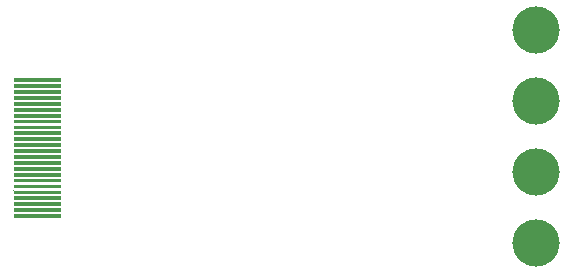
<source format=gbr>
%TF.GenerationSoftware,KiCad,Pcbnew,(5.1.12)-1*%
%TF.CreationDate,2022-06-15T15:17:17-04:00*%
%TF.ProjectId,flex_interface_x4,666c6578-5f69-46e7-9465-72666163655f,rev?*%
%TF.SameCoordinates,Original*%
%TF.FileFunction,Soldermask,Top*%
%TF.FilePolarity,Negative*%
%FSLAX46Y46*%
G04 Gerber Fmt 4.6, Leading zero omitted, Abs format (unit mm)*
G04 Created by KiCad (PCBNEW (5.1.12)-1) date 2022-06-15 15:17:17*
%MOMM*%
%LPD*%
G01*
G04 APERTURE LIST*
%ADD10C,4.000000*%
G04 APERTURE END LIST*
%TO.C,Z1*%
G36*
G01*
X88753080Y-95875640D02*
X88753080Y-95575640D01*
G75*
G02*
X88763080Y-95565640I10000J0D01*
G01*
X92763080Y-95565640D01*
G75*
G02*
X92773080Y-95575640I0J-10000D01*
G01*
X92773080Y-95875640D01*
G75*
G02*
X92763080Y-95885640I-10000J0D01*
G01*
X88763080Y-95885640D01*
G75*
G02*
X88753080Y-95875640I0J10000D01*
G01*
G37*
G36*
G01*
X88753080Y-95375640D02*
X88753080Y-95075640D01*
G75*
G02*
X88763080Y-95065640I10000J0D01*
G01*
X92763080Y-95065640D01*
G75*
G02*
X92773080Y-95075640I0J-10000D01*
G01*
X92773080Y-95375640D01*
G75*
G02*
X92763080Y-95385640I-10000J0D01*
G01*
X88763080Y-95385640D01*
G75*
G02*
X88753080Y-95375640I0J10000D01*
G01*
G37*
G36*
G01*
X88753080Y-94875640D02*
X88753080Y-94575640D01*
G75*
G02*
X88763080Y-94565640I10000J0D01*
G01*
X92763080Y-94565640D01*
G75*
G02*
X92773080Y-94575640I0J-10000D01*
G01*
X92773080Y-94875640D01*
G75*
G02*
X92763080Y-94885640I-10000J0D01*
G01*
X88763080Y-94885640D01*
G75*
G02*
X88753080Y-94875640I0J10000D01*
G01*
G37*
G36*
G01*
X88753080Y-94375640D02*
X88753080Y-94075640D01*
G75*
G02*
X88763080Y-94065640I10000J0D01*
G01*
X92763080Y-94065640D01*
G75*
G02*
X92773080Y-94075640I0J-10000D01*
G01*
X92773080Y-94375640D01*
G75*
G02*
X92763080Y-94385640I-10000J0D01*
G01*
X88763080Y-94385640D01*
G75*
G02*
X88753080Y-94375640I0J10000D01*
G01*
G37*
G36*
G01*
X88753080Y-93875640D02*
X88753080Y-93575640D01*
G75*
G02*
X88763080Y-93565640I10000J0D01*
G01*
X92763080Y-93565640D01*
G75*
G02*
X92773080Y-93575640I0J-10000D01*
G01*
X92773080Y-93875640D01*
G75*
G02*
X92763080Y-93885640I-10000J0D01*
G01*
X88763080Y-93885640D01*
G75*
G02*
X88753080Y-93875640I0J10000D01*
G01*
G37*
G36*
G01*
X88753080Y-93375640D02*
X88753080Y-93075640D01*
G75*
G02*
X88763080Y-93065640I10000J0D01*
G01*
X92763080Y-93065640D01*
G75*
G02*
X92773080Y-93075640I0J-10000D01*
G01*
X92773080Y-93375640D01*
G75*
G02*
X92763080Y-93385640I-10000J0D01*
G01*
X88763080Y-93385640D01*
G75*
G02*
X88753080Y-93375640I0J10000D01*
G01*
G37*
G36*
G01*
X88753080Y-92875640D02*
X88753080Y-92575640D01*
G75*
G02*
X88763080Y-92565640I10000J0D01*
G01*
X92763080Y-92565640D01*
G75*
G02*
X92773080Y-92575640I0J-10000D01*
G01*
X92773080Y-92875640D01*
G75*
G02*
X92763080Y-92885640I-10000J0D01*
G01*
X88763080Y-92885640D01*
G75*
G02*
X88753080Y-92875640I0J10000D01*
G01*
G37*
G36*
G01*
X88753080Y-92375640D02*
X88753080Y-92075640D01*
G75*
G02*
X88763080Y-92065640I10000J0D01*
G01*
X92763080Y-92065640D01*
G75*
G02*
X92773080Y-92075640I0J-10000D01*
G01*
X92773080Y-92375640D01*
G75*
G02*
X92763080Y-92385640I-10000J0D01*
G01*
X88763080Y-92385640D01*
G75*
G02*
X88753080Y-92375640I0J10000D01*
G01*
G37*
G36*
G01*
X88753080Y-91875640D02*
X88753080Y-91575640D01*
G75*
G02*
X88763080Y-91565640I10000J0D01*
G01*
X92763080Y-91565640D01*
G75*
G02*
X92773080Y-91575640I0J-10000D01*
G01*
X92773080Y-91875640D01*
G75*
G02*
X92763080Y-91885640I-10000J0D01*
G01*
X88763080Y-91885640D01*
G75*
G02*
X88753080Y-91875640I0J10000D01*
G01*
G37*
G36*
G01*
X88753080Y-91375640D02*
X88753080Y-91075640D01*
G75*
G02*
X88763080Y-91065640I10000J0D01*
G01*
X92763080Y-91065640D01*
G75*
G02*
X92773080Y-91075640I0J-10000D01*
G01*
X92773080Y-91375640D01*
G75*
G02*
X92763080Y-91385640I-10000J0D01*
G01*
X88763080Y-91385640D01*
G75*
G02*
X88753080Y-91375640I0J10000D01*
G01*
G37*
G36*
G01*
X88753080Y-90875640D02*
X88753080Y-90575640D01*
G75*
G02*
X88763080Y-90565640I10000J0D01*
G01*
X92763080Y-90565640D01*
G75*
G02*
X92773080Y-90575640I0J-10000D01*
G01*
X92773080Y-90875640D01*
G75*
G02*
X92763080Y-90885640I-10000J0D01*
G01*
X88763080Y-90885640D01*
G75*
G02*
X88753080Y-90875640I0J10000D01*
G01*
G37*
G36*
G01*
X88753080Y-90375640D02*
X88753080Y-90075640D01*
G75*
G02*
X88763080Y-90065640I10000J0D01*
G01*
X92763080Y-90065640D01*
G75*
G02*
X92773080Y-90075640I0J-10000D01*
G01*
X92773080Y-90375640D01*
G75*
G02*
X92763080Y-90385640I-10000J0D01*
G01*
X88763080Y-90385640D01*
G75*
G02*
X88753080Y-90375640I0J10000D01*
G01*
G37*
G36*
G01*
X88753080Y-89875640D02*
X88753080Y-89575640D01*
G75*
G02*
X88763080Y-89565640I10000J0D01*
G01*
X92763080Y-89565640D01*
G75*
G02*
X92773080Y-89575640I0J-10000D01*
G01*
X92773080Y-89875640D01*
G75*
G02*
X92763080Y-89885640I-10000J0D01*
G01*
X88763080Y-89885640D01*
G75*
G02*
X88753080Y-89875640I0J10000D01*
G01*
G37*
G36*
G01*
X88753080Y-89375640D02*
X88753080Y-89075640D01*
G75*
G02*
X88763080Y-89065640I10000J0D01*
G01*
X92763080Y-89065640D01*
G75*
G02*
X92773080Y-89075640I0J-10000D01*
G01*
X92773080Y-89375640D01*
G75*
G02*
X92763080Y-89385640I-10000J0D01*
G01*
X88763080Y-89385640D01*
G75*
G02*
X88753080Y-89375640I0J10000D01*
G01*
G37*
G36*
G01*
X88753080Y-88875640D02*
X88753080Y-88575640D01*
G75*
G02*
X88763080Y-88565640I10000J0D01*
G01*
X92763080Y-88565640D01*
G75*
G02*
X92773080Y-88575640I0J-10000D01*
G01*
X92773080Y-88875640D01*
G75*
G02*
X92763080Y-88885640I-10000J0D01*
G01*
X88763080Y-88885640D01*
G75*
G02*
X88753080Y-88875640I0J10000D01*
G01*
G37*
G36*
G01*
X88753080Y-88375640D02*
X88753080Y-88075640D01*
G75*
G02*
X88763080Y-88065640I10000J0D01*
G01*
X92763080Y-88065640D01*
G75*
G02*
X92773080Y-88075640I0J-10000D01*
G01*
X92773080Y-88375640D01*
G75*
G02*
X92763080Y-88385640I-10000J0D01*
G01*
X88763080Y-88385640D01*
G75*
G02*
X88753080Y-88375640I0J10000D01*
G01*
G37*
G36*
G01*
X88753080Y-87875640D02*
X88753080Y-87575640D01*
G75*
G02*
X88763080Y-87565640I10000J0D01*
G01*
X92763080Y-87565640D01*
G75*
G02*
X92773080Y-87575640I0J-10000D01*
G01*
X92773080Y-87875640D01*
G75*
G02*
X92763080Y-87885640I-10000J0D01*
G01*
X88763080Y-87885640D01*
G75*
G02*
X88753080Y-87875640I0J10000D01*
G01*
G37*
G36*
G01*
X88753080Y-87375640D02*
X88753080Y-87075640D01*
G75*
G02*
X88763080Y-87065640I10000J0D01*
G01*
X92763080Y-87065640D01*
G75*
G02*
X92773080Y-87075640I0J-10000D01*
G01*
X92773080Y-87375640D01*
G75*
G02*
X92763080Y-87385640I-10000J0D01*
G01*
X88763080Y-87385640D01*
G75*
G02*
X88753080Y-87375640I0J10000D01*
G01*
G37*
G36*
G01*
X88753080Y-86875640D02*
X88753080Y-86575640D01*
G75*
G02*
X88763080Y-86565640I10000J0D01*
G01*
X92763080Y-86565640D01*
G75*
G02*
X92773080Y-86575640I0J-10000D01*
G01*
X92773080Y-86875640D01*
G75*
G02*
X92763080Y-86885640I-10000J0D01*
G01*
X88763080Y-86885640D01*
G75*
G02*
X88753080Y-86875640I0J10000D01*
G01*
G37*
G36*
G01*
X88753080Y-86375640D02*
X88753080Y-86075640D01*
G75*
G02*
X88763080Y-86065640I10000J0D01*
G01*
X92763080Y-86065640D01*
G75*
G02*
X92773080Y-86075640I0J-10000D01*
G01*
X92773080Y-86375640D01*
G75*
G02*
X92763080Y-86385640I-10000J0D01*
G01*
X88763080Y-86385640D01*
G75*
G02*
X88753080Y-86375640I0J10000D01*
G01*
G37*
G36*
G01*
X88753080Y-85875640D02*
X88753080Y-85575640D01*
G75*
G02*
X88763080Y-85565640I10000J0D01*
G01*
X92763080Y-85565640D01*
G75*
G02*
X92773080Y-85575640I0J-10000D01*
G01*
X92773080Y-85875640D01*
G75*
G02*
X92763080Y-85885640I-10000J0D01*
G01*
X88763080Y-85885640D01*
G75*
G02*
X88753080Y-85875640I0J10000D01*
G01*
G37*
G36*
G01*
X88753080Y-85375640D02*
X88753080Y-85075640D01*
G75*
G02*
X88763080Y-85065640I10000J0D01*
G01*
X92763080Y-85065640D01*
G75*
G02*
X92773080Y-85075640I0J-10000D01*
G01*
X92773080Y-85375640D01*
G75*
G02*
X92763080Y-85385640I-10000J0D01*
G01*
X88763080Y-85385640D01*
G75*
G02*
X88753080Y-85375640I0J10000D01*
G01*
G37*
G36*
G01*
X88753080Y-84875640D02*
X88753080Y-84575640D01*
G75*
G02*
X88763080Y-84565640I10000J0D01*
G01*
X92763080Y-84565640D01*
G75*
G02*
X92773080Y-84575640I0J-10000D01*
G01*
X92773080Y-84875640D01*
G75*
G02*
X92763080Y-84885640I-10000J0D01*
G01*
X88763080Y-84885640D01*
G75*
G02*
X88753080Y-84875640I0J10000D01*
G01*
G37*
G36*
G01*
X88753080Y-84375640D02*
X88753080Y-84075640D01*
G75*
G02*
X88763080Y-84065640I10000J0D01*
G01*
X92763080Y-84065640D01*
G75*
G02*
X92773080Y-84075640I0J-10000D01*
G01*
X92773080Y-84375640D01*
G75*
G02*
X92763080Y-84385640I-10000J0D01*
G01*
X88763080Y-84385640D01*
G75*
G02*
X88753080Y-84375640I0J10000D01*
G01*
G37*
%TD*%
D10*
%TO.C,TP4*%
X133000000Y-98000000D03*
%TD*%
%TO.C,TP3*%
X133000000Y-92000000D03*
%TD*%
%TO.C,TP2*%
X133000000Y-86000000D03*
%TD*%
%TO.C,TP1*%
X133000000Y-80000000D03*
%TD*%
M02*

</source>
